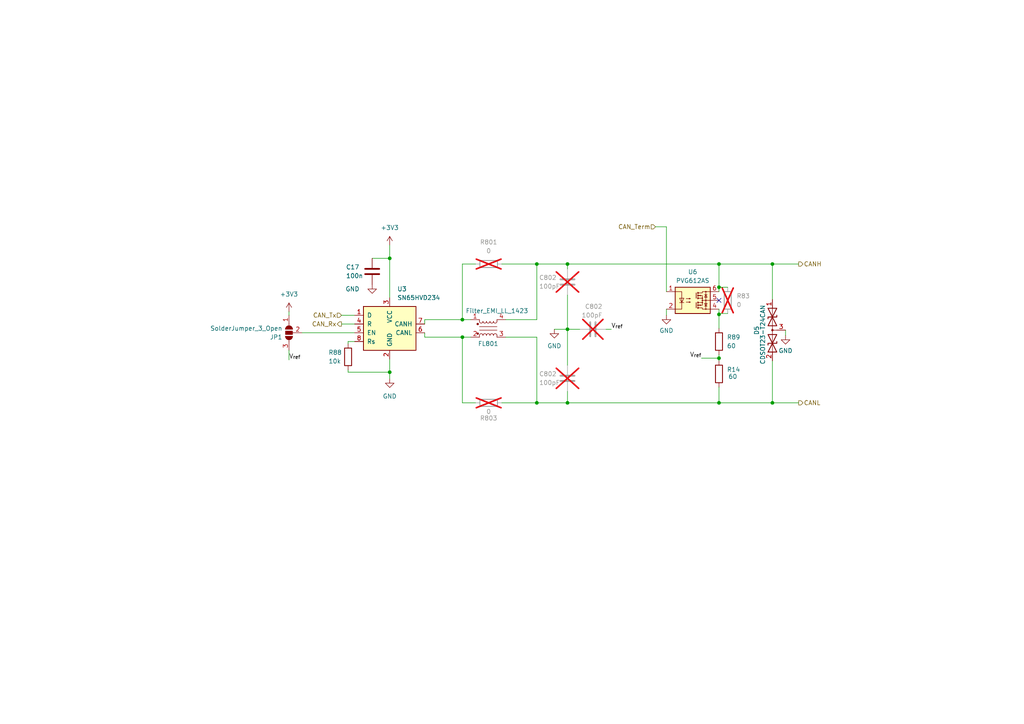
<source format=kicad_sch>
(kicad_sch (version 20230121) (generator eeschema)
  (paper "A4")
  (lib_symbols
    (symbol "Device:C" (pin_numbers hide) (pin_names (offset 0.254))
      (property "Reference" "C" (at 0.635 2.54 0))
      (property "Value" "C" (at 0.635 -2.54 0))
      (symbol "C_0_1"
        (polyline (pts (xy -2.032 -0.762) (xy 2.032 -0.762)) (stroke (width 0.508)))
        (polyline (pts (xy -2.032 0.762) (xy 2.032 0.762)) (stroke (width 0.508)))
      )
      (symbol "C_1_1"
        (pin passive line (at 0 3.81 270) (length 2.794) (name "~") (number "1"))
        (pin passive line (at 0 -3.81 90) (length 2.794) (name "~") (number "2"))
      )
    )
    (symbol "Device:D_TVS_Dual_AAC" (pin_names (offset 1.016) hide)
      (property "Reference" "D" (at 0 4.445 0))
      (property "Value" "D_TVS_Dual_AAC" (at 0 2.54 0))
      (symbol "D_TVS_Dual_AAC_0_0"
        (polyline (pts (xy 0 -1.27) (xy 0 0)))
      )
      (symbol "D_TVS_Dual_AAC_0_1"
        (polyline (pts (xy -6.35 0) (xy 6.35 0)))
        (polyline (pts (xy -3.302 1.27) (xy -3.81 1.27) (xy -3.81 -1.27) (xy -4.318 -1.27)) (stroke (width 0.254)))
        (polyline (pts (xy 4.318 1.27) (xy 3.81 1.27) (xy 3.81 -1.27) (xy 3.302 -1.27)) (stroke (width 0.254)))
        (polyline (pts (xy -6.35 1.27) (xy -1.27 -1.27) (xy -1.27 1.27) (xy -6.35 -1.27) (xy -6.35 1.27)) (stroke (width 0.254)))
        (polyline (pts (xy 6.35 1.27) (xy 1.27 -1.27) (xy 1.27 1.27) (xy 6.35 -1.27) (xy 6.35 1.27)) (stroke (width 0.254)))
        (circle (center 0 0) (radius 0.254) (fill (type outline)))
      )
      (symbol "D_TVS_Dual_AAC_1_1"
        (pin passive line (at -8.89 0 0) (length 2.54) (name "A1") (number "1"))
        (pin passive line (at 8.89 0 180) (length 2.54) (name "A2") (number "2"))
        (pin input line (at 0 -3.81 90) (length 2.54) (name "common") (number "3"))
      )
    )
    (symbol "Device:Filter_EMI_LL_1423" (pin_names hide)
      (property "Reference" "FL" (at 0 4.445 0))
      (property "Value" "Filter_EMI_LL_1423" (at 0 -4.445 0))
      (symbol "Filter_EMI_LL_1423_0_1"
        (circle (center -3.048 -1.27) (radius 0.254) (fill (type outline)))
        (circle (center -3.048 1.524) (radius 0.254) (fill (type outline)))
        (arc (start -2.54 2.032) (mid -2.032 1.5262) (end -1.524 2.032))
        (arc (start -1.524 -2.032) (mid -2.032 -1.5262) (end -2.54 -2.032))
        (arc (start -1.524 2.032) (mid -1.016 1.5262) (end -0.508 2.032))
        (arc (start -0.508 -2.032) (mid -1.016 -1.5262) (end -1.524 -2.032))
        (arc (start -0.508 2.032) (mid 0 1.5262) (end 0.508 2.032))
        (polyline (pts (xy -2.54 -2.032) (xy -2.54 -2.54)))
        (polyline (pts (xy -2.54 0.508) (xy 2.54 0.508)))
        (polyline (pts (xy -2.54 2.032) (xy -2.54 2.54)))
        (polyline (pts (xy 2.54 -2.032) (xy 2.54 -2.54)))
        (polyline (pts (xy 2.54 -0.508) (xy -2.54 -0.508)))
        (polyline (pts (xy 2.54 2.54) (xy 2.54 2.032)))
        (arc (start 0.508 -2.032) (mid 0 -1.5262) (end -0.508 -2.032))
        (arc (start 0.508 2.032) (mid 1.016 1.5262) (end 1.524 2.032))
        (arc (start 1.524 -2.032) (mid 1.016 -1.5262) (end 0.508 -2.032))
        (arc (start 1.524 2.032) (mid 2.032 1.5262) (end 2.54 2.032))
        (arc (start 2.54 -2.032) (mid 2.032 -1.5262) (end 1.524 -2.032))
      )
      (symbol "Filter_EMI_LL_1423_1_1"
        (pin passive line (at -5.08 -2.54 0) (length 2.54) (name "1") (number "1"))
        (pin passive line (at -5.08 2.54 0) (length 2.54) (name "2") (number "2"))
        (pin passive line (at 5.08 2.54 180) (length 2.54) (name "3") (number "3"))
        (pin passive line (at 5.08 -2.54 180) (length 2.54) (name "4") (number "4"))
      )
    )
    (symbol "Device:R" (pin_numbers hide) (pin_names (offset 0))
      (property "Reference" "R" (at 2.032 0 90))
      (property "Value" "R" (at 0 0 90))
      (symbol "R_0_1"
        (rectangle (start -1.016 -2.54) (end 1.016 2.54) (stroke (width 0.254)))
      )
      (symbol "R_1_1"
        (pin passive line (at 0 3.81 270) (length 1.27) (name "~") (number "1"))
        (pin passive line (at 0 -3.81 90) (length 1.27) (name "~") (number "2"))
      )
    )
    (symbol "FaSTTUBe_Power-Switches:PVG612AS"
      (property "Reference" "U" (at -3.81 5.08 0))
      (property "Value" "PVG612AS" (at 0 -5.08 0))
      (symbol "PVG612AS_0_1"
        (rectangle (start -5.08 3.81) (end 5.08 -3.81) (stroke (width 0.254)) (fill (type background)))
        (polyline (pts (xy -3.81 -0.635) (xy -2.54 -0.635)))
        (polyline (pts (xy 1.016 -0.635) (xy 1.016 -2.159)) (stroke (width 0.2032)))
        (polyline (pts (xy 1.016 2.159) (xy 1.016 0.635)) (stroke (width 0.2032)))
        (polyline (pts (xy 1.524 -0.508) (xy 1.524 -0.762)) (stroke (width 0.3556)))
        (polyline (pts (xy 2.794 0) (xy 5.08 0)))
        (polyline (pts (xy 3.429 -1.651) (xy 4.191 -1.651)))
        (polyline (pts (xy 3.429 1.651) (xy 4.191 1.651)))
        (polyline (pts (xy 3.81 -2.54) (xy 3.81 2.54)))
        (polyline (pts (xy 1.524 -2.032) (xy 1.524 -2.286) (xy 1.524 -2.286)) (stroke (width 0.3556)))
        (polyline (pts (xy 1.524 -1.27) (xy 1.524 -1.524) (xy 1.524 -1.524)) (stroke (width 0.3556)))
        (polyline (pts (xy 1.524 0.762) (xy 1.524 0.508) (xy 1.524 0.508)) (stroke (width 0.3556)))
        (polyline (pts (xy 1.524 1.524) (xy 1.524 1.27) (xy 1.524 1.27)) (stroke (width 0.3556)))
        (polyline (pts (xy 1.524 2.286) (xy 1.524 2.032) (xy 1.524 2.032)) (stroke (width 0.3556)))
        (polyline (pts (xy 1.651 -1.397) (xy 2.794 -1.397) (xy 2.794 -0.635)))
        (polyline (pts (xy 1.651 1.397) (xy 2.794 1.397) (xy 2.794 0.635)))
        (polyline (pts (xy -5.08 2.54) (xy -3.175 2.54) (xy -3.175 -2.54) (xy -5.08 -2.54)))
        (polyline (pts (xy -3.175 -0.635) (xy -3.81 0.635) (xy -2.54 0.635) (xy -3.175 -0.635)))
        (polyline (pts (xy 1.651 -2.159) (xy 2.794 -2.159) (xy 2.794 -2.54) (xy 5.08 -2.54)))
        (polyline (pts (xy 1.651 -0.635) (xy 2.794 -0.635) (xy 2.794 0.635) (xy 1.651 0.635)))
        (polyline (pts (xy 1.651 2.159) (xy 2.794 2.159) (xy 2.794 2.54) (xy 5.08 2.54)))
        (polyline (pts (xy 1.778 -1.397) (xy 2.286 -1.27) (xy 2.286 -1.524) (xy 1.778 -1.397)))
        (polyline (pts (xy 1.778 1.397) (xy 2.286 1.524) (xy 2.286 1.27) (xy 1.778 1.397)))
        (polyline (pts (xy 3.81 -1.651) (xy 3.429 -0.889) (xy 4.191 -0.889) (xy 3.81 -1.651)))
        (polyline (pts (xy 3.81 1.651) (xy 3.429 0.889) (xy 4.191 0.889) (xy 3.81 1.651)))
        (polyline (pts (xy -1.905 -0.508) (xy -0.635 -0.508) (xy -1.016 -0.635) (xy -1.016 -0.381) (xy -0.635 -0.508)))
        (polyline (pts (xy -1.905 0.508) (xy -0.635 0.508) (xy -1.016 0.381) (xy -1.016 0.635) (xy -0.635 0.508)))
        (circle (center 2.794 -0.635) (radius 0.127))
        (circle (center 2.794 0) (radius 0.127))
        (circle (center 2.794 0.635) (radius 0.127))
        (circle (center 3.81 -2.54) (radius 0.127))
        (circle (center 3.81 0) (radius 0.127))
        (circle (center 3.81 2.54) (radius 0.127))
      )
      (symbol "PVG612AS_1_1"
        (pin passive line (at -7.62 2.54 0) (length 2.54) (name "~") (number "1"))
        (pin passive line (at -7.62 -2.54 0) (length 2.54) (name "~") (number "2"))
        (pin no_connect line (at -5.08 0 0) (length 2.54) hide (name "~") (number "3"))
        (pin passive line (at 7.62 -2.54 180) (length 2.54) (name "~") (number "4"))
        (pin passive line (at 7.62 0 180) (length 2.54) (name "~") (number "5"))
        (pin passive line (at 7.62 2.54 180) (length 2.54) (name "~") (number "6"))
      )
    )
    (symbol "Interface_CAN_LIN:SN65HVD234" (pin_names (offset 1.016))
      (property "Reference" "U" (at -2.54 10.16 0))
      (property "Value" "SN65HVD234" (at -2.54 7.62 0))
      (symbol "SN65HVD234_0_1"
        (rectangle (start -7.62 5.08) (end 7.62 -7.62) (stroke (width 0.254)) (fill (type background)))
      )
      (symbol "SN65HVD234_1_1"
        (pin input line (at -10.16 2.54 0) (length 2.54) (name "D") (number "1"))
        (pin power_in line (at 0 -10.16 90) (length 2.54) (name "GND") (number "2"))
        (pin power_in line (at 0 7.62 270) (length 2.54) (name "VCC") (number "3"))
        (pin output line (at -10.16 0 0) (length 2.54) (name "R") (number "4"))
        (pin input line (at -10.16 -2.54 0) (length 2.54) (name "EN") (number "5"))
        (pin bidirectional line (at 10.16 -2.54 180) (length 2.54) (name "CANL") (number "6"))
        (pin bidirectional line (at 10.16 0 180) (length 2.54) (name "CANH") (number "7"))
        (pin input line (at -10.16 -5.08 0) (length 2.54) (name "Rs") (number "8"))
      )
    )
    (symbol "Jumper:SolderJumper_3_Open" (pin_names (offset 0) hide)
      (property "Reference" "JP" (at -2.54 -2.54 0))
      (property "Value" "SolderJumper_3_Open" (at 0 2.794 0))
      (symbol "SolderJumper_3_Open_0_1"
        (arc (start -1.016 1.016) (mid -2.0276 0) (end -1.016 -1.016))
        (arc (start -1.016 1.016) (mid -2.0276 0) (end -1.016 -1.016) (fill (type outline)))
        (rectangle (start -0.508 1.016) (end 0.508 -1.016) (fill (type outline)))
        (polyline (pts (xy -2.54 0) (xy -2.032 0)))
        (polyline (pts (xy -1.016 1.016) (xy -1.016 -1.016)))
        (polyline (pts (xy 0 -1.27) (xy 0 -1.016)))
        (polyline (pts (xy 1.016 1.016) (xy 1.016 -1.016)))
        (polyline (pts (xy 2.54 0) (xy 2.032 0)))
        (arc (start 1.016 -1.016) (mid 2.0276 0) (end 1.016 1.016))
        (arc (start 1.016 -1.016) (mid 2.0276 0) (end 1.016 1.016) (fill (type outline)))
      )
      (symbol "SolderJumper_3_Open_1_1"
        (pin passive line (at -5.08 0 0) (length 2.54) (name "A") (number "1"))
        (pin passive line (at 0 -3.81 90) (length 2.54) (name "C") (number "2"))
        (pin passive line (at 5.08 0 180) (length 2.54) (name "B") (number "3"))
      )
    )
    (symbol "power:+3V3" (power) (pin_names (offset 0))
      (property "Value" "+3V3" (at 0 3.556 0))
      (symbol "+3V3_0_1"
        (polyline (pts (xy -0.762 1.27) (xy 0 2.54)))
        (polyline (pts (xy 0 0) (xy 0 2.54)))
        (polyline (pts (xy 0 2.54) (xy 0.762 1.27)))
      )
      (symbol "+3V3_1_1"
        (pin power_in line (at 0 0 90) (length 0) hide (name "+3V3") (number "1"))
      )
    )
    (symbol "power:GND" (power) (pin_names (offset 0))
      (property "Value" "GND" (at 0 -3.81 0))
      (symbol "GND_0_1"
        (polyline (pts (xy 0 0) (xy 0 -1.27) (xy 1.27 -1.27) (xy 0 -2.54) (xy -1.27 -1.27) (xy 0 -1.27)))
      )
      (symbol "GND_1_1"
        (pin power_in line (at 0 0 270) (length 0) hide (name "GND") (number "1"))
      )
    )
  )
  (junction (at 113.03 107.95))
  (junction (at 134.112 97.79))
  (junction (at 134.112 92.71))
  (junction (at 155.702 116.84))
  (junction (at 164.592 76.581))
  (junction (at 164.592 95.504))
  (junction (at 208.534 76.581))
  (junction (at 208.534 91.186))
  (junction (at 155.702 76.581))
  (junction (at 208.534 103.886))
  (junction (at 224.028 76.581))
  (junction (at 224.028 116.84))
  (junction (at 113.03 74.93))
  (junction (at 208.534 116.84))
  (junction (at 208.534 83.312))
  (junction (at 164.592 116.84))
  (no_connect (at 208.534 87.122))
  (wire (pts (xy 155.702 116.84) (xy 164.592 116.84)))
  (wire (pts (xy 208.534 76.581) (xy 224.028 76.581)))
  (wire (pts (xy 155.702 76.581) (xy 155.702 92.71)))
  (wire (pts (xy 107.95 74.93) (xy 113.03 74.93)))
  (wire (pts (xy 145.542 76.581) (xy 155.702 76.581)))
  (wire (pts (xy 100.965 107.95) (xy 113.03 107.95)))
  (wire (pts (xy 123.19 97.79) (xy 134.112 97.79)))
  (wire (pts (xy 113.03 107.95) (xy 113.03 109.855)))
  (wire (pts (xy 134.112 97.79) (xy 134.112 116.84)))
  (wire (pts (xy 208.407 90.932) (xy 211.074 90.932)))
  (wire (pts (xy 208.534 89.662) (xy 208.534 91.186)))
  (wire (pts (xy 87.63 96.52) (xy 102.87 96.52)))
  (wire (pts (xy 208.534 112.268) (xy 208.534 116.84)))
  (wire (pts (xy 224.028 76.581) (xy 224.028 86.868)))
  (wire (pts (xy 123.19 92.71) (xy 123.19 93.98)))
  (wire (pts (xy 137.922 76.581) (xy 134.112 76.581)))
  (wire (pts (xy 190.119 65.786) (xy 193.294 65.786)))
  (wire (pts (xy 145.542 116.84) (xy 155.702 116.84)))
  (wire (pts (xy 164.592 95.504) (xy 164.592 105.918)))
  (wire (pts (xy 146.685 92.71) (xy 155.702 92.71)))
  (wire (pts (xy 164.592 76.581) (xy 164.592 77.978)))
  (wire (pts (xy 224.028 76.581) (xy 231.648 76.581)))
  (wire (pts (xy 208.534 91.186) (xy 208.534 95.25)))
  (wire (pts (xy 136.525 97.79) (xy 134.112 97.79)))
  (wire (pts (xy 208.534 76.581) (xy 208.534 83.312)))
  (wire (pts (xy 224.028 116.84) (xy 231.648 116.84)))
  (wire (pts (xy 100.965 99.06) (xy 100.965 99.695)))
  (wire (pts (xy 208.407 90.932) (xy 208.407 91.186)))
  (wire (pts (xy 164.592 116.84) (xy 208.534 116.84)))
  (wire (pts (xy 102.87 99.06) (xy 100.965 99.06)))
  (wire (pts (xy 164.592 113.538) (xy 164.592 116.84)))
  (wire (pts (xy 208.534 116.84) (xy 224.028 116.84)))
  (wire (pts (xy 175.768 95.504) (xy 177.292 95.504)))
  (wire (pts (xy 208.534 103.886) (xy 208.534 104.648)))
  (wire (pts (xy 164.592 95.504) (xy 164.592 85.598)))
  (wire (pts (xy 134.112 116.84) (xy 137.922 116.84)))
  (wire (pts (xy 123.19 92.71) (xy 134.112 92.71)))
  (wire (pts (xy 134.112 92.71) (xy 136.525 92.71)))
  (wire (pts (xy 99.06 91.44) (xy 102.87 91.44)))
  (wire (pts (xy 113.03 104.14) (xy 113.03 107.95)))
  (wire (pts (xy 164.592 95.504) (xy 168.148 95.504)))
  (wire (pts (xy 193.294 65.786) (xy 193.294 84.582)))
  (wire (pts (xy 155.702 97.79) (xy 155.702 116.84)))
  (wire (pts (xy 203.454 103.886) (xy 208.534 103.886)))
  (wire (pts (xy 227.838 95.758) (xy 227.838 97.282)))
  (wire (pts (xy 208.534 91.186) (xy 208.407 91.186)))
  (wire (pts (xy 193.294 89.662) (xy 193.294 91.44)))
  (wire (pts (xy 123.19 97.79) (xy 123.19 96.52)))
  (wire (pts (xy 160.782 95.504) (xy 164.592 95.504)))
  (wire (pts (xy 83.82 101.6) (xy 83.82 104.394)))
  (wire (pts (xy 99.06 93.98) (xy 102.87 93.98)))
  (wire (pts (xy 146.685 97.79) (xy 155.702 97.79)))
  (wire (pts (xy 164.592 76.581) (xy 208.534 76.581)))
  (wire (pts (xy 155.702 76.581) (xy 164.592 76.581)))
  (wire (pts (xy 208.534 102.87) (xy 208.534 103.886)))
  (wire (pts (xy 224.028 104.648) (xy 224.028 116.84)))
  (wire (pts (xy 113.03 86.36) (xy 113.03 74.93)))
  (wire (pts (xy 100.965 107.95) (xy 100.965 107.315)))
  (wire (pts (xy 83.82 90.424) (xy 83.82 91.44)))
  (wire (pts (xy 134.112 76.581) (xy 134.112 92.71)))
  (wire (pts (xy 208.534 83.312) (xy 208.534 84.582)))
  (wire (pts (xy 113.03 71.12) (xy 113.03 74.93)))
  (wire (pts (xy 208.534 83.312) (xy 211.074 83.312)))
  (label "V_{ref}" (at 203.454 103.886 180))
  (label "V_{ref}" (at 83.82 104.394 0))
  (label "V_{ref}" (at 177.292 95.504 0))
  (hierarchical_label "CAN_Tx" (shape input) (at 99.06 91.44 180))
  (hierarchical_label "CAN_Rx" (shape output) (at 99.06 93.98 180))
  (hierarchical_label "CAN_Term" (shape input) (at 190.119 65.786 180))
  (hierarchical_label "CANL" (shape output) (at 231.648 116.84 0))
  (hierarchical_label "CANH" (shape output) (at 231.648 76.581 0))
  (symbol (lib_id "power:GND") (at 160.782 95.504 0) (unit 1)
    (property "Reference" "#PWR071" (effects hide))
    (property "Value" "GND" (at 160.782 100.33 0))
  )
  (symbol (lib_id "Device:R") (at 141.732 116.84 270) (unit 1) (dnp yes)
    (property "Reference" "R803" (at 141.732 121.285 90))
    (property "Value" "0" (at 141.732 119.38 90))
    (property "Footprint" "Resistor_SMD:R_0603_1608Metric" (effects hide))
    (instances (project "Master_FT22" (path "" (reference "R803") (unit 1))) (project "FT24-AMS_Slave-v5" (path "" (reference "R13") (unit 1))))
  )
  (symbol (lib_id "FaSTTUBe_Power-Switches:PVG612AS") (at 200.914 87.122 0) (unit 1)
    (property "Reference" "U6" (at 200.914 78.867 0))
    (property "Value" "PVG612AS" (at 200.914 81.407 0))
    (property "Footprint" "Package_DIP:SMDIP-6_W9.53mm" (effects hide))
    (property "Datasheet" "https://www.infineon.com/dgdl/Infineon-PVG612A-DataSheet-v01_00-EN.pdf?fileId=5546d462533600a401535683ca14293a" (effects hide))
  )
  (symbol (lib_id "Device:Filter_EMI_LL_1423") (at 141.605 95.25 0) (mirror x) (unit 1)
    (property "Reference" "FL801" (at 141.605 99.695 0))
    (property "Value" "Filter_EMI_LL_1423" (at 144.145 90.17 0))
    (property "Footprint" "Slave:L_CommonMode_Wuerth_WE-SL2" (effects hide))
    (property "Datasheet" "https://www.we-online.com/components/products/datasheet/744227.pdf" (effects hide))
    (instances (project "Master_FT22" (path "" (reference "FL801") (unit 1))) (project "FT24-AMS_Slave-v5" (path "" (reference "FL1") (unit 1))))
  )
  (symbol (lib_id "Device:R") (at 141.732 76.581 270) (unit 1) (dnp yes)
    (property "Reference" "R801" (at 141.732 70.231 90))
    (property "Value" "0" (at 141.732 72.771 90))
    (property "Footprint" "Resistor_SMD:R_0603_1608Metric" (effects hide))
    (instances (project "Master_FT22" (path "" (reference "R801") (unit 1))) (project "FT24-AMS_Slave-v5" (path "" (reference "R12") (unit 1))))
  )
  (symbol (lib_id "Device:R") (at 211.074 87.122 0) (unit 1) (dnp yes)
    (property "Reference" "R83" (at 213.614 85.852 0) (effects (justify left)))
    (property "Value" "0" (at 213.614 88.392 0) (effects (justify left)))
    (property "Footprint" "Resistor_SMD:R_0603_1608Metric" (effects hide))
  )
  (symbol (lib_id "Jumper:SolderJumper_3_Open") (at 83.82 96.52 90) (mirror x) (unit 1)
    (property "Reference" "JP1" (at 81.915 97.79 90) (effects (justify left)))
    (property "Value" "SolderJumper_3_Open" (at 81.915 95.25 90) (effects (justify left)))
    (property "Footprint" "Jumper:SolderJumper-3_P1.3mm_Bridged12_RoundedPad1.0x1.5mm_NumberLabels" (effects hide))
  )
  (symbol (lib_id "Device:C") (at 164.592 109.728 0) (unit 1) (dnp yes)
    (property "Reference" "C802" (at 156.337 108.458 0) (effects (justify left)))
    (property "Value" "100pF" (at 156.337 110.998 0) (effects (justify left)))
    (property "Footprint" "Capacitor_SMD:C_0603_1608Metric" (effects hide))
    (instances (project "Master_FT22" (path "" (reference "C802") (unit 1))) (project "FT24-AMS_Slave-v5" (path "" (reference "C54") (unit 1))))
  )
  (symbol (lib_id "power:GND") (at 113.03 109.855 0) (unit 1)
    (property "Reference" "#PWR053" (effects hide))
    (property "Value" "GND" (at 113.03 114.935 0))
  )
  (symbol (lib_id "Device:R") (at 100.965 103.505 0) (unit 1)
    (property "Reference" "R88" (at 95.25 102.235 0) (effects (justify left)))
    (property "Value" "10k" (at 95.25 104.775 0) (effects (justify left)))
    (property "Footprint" "Resistor_SMD:R_0603_1608Metric" (effects hide))
  )
  (symbol (lib_id "power:+3V3") (at 83.82 90.424 0) (unit 1)
    (property "Reference" "#PWR070" (effects hide))
    (property "Value" "+3V3" (at 83.82 85.344 0))
  )
  (symbol (lib_id "power:+3V3") (at 113.03 71.12 0) (unit 1)
    (property "Reference" "#PWR052" (effects hide))
    (property "Value" "+3V3" (at 113.03 66.04 0))
  )
  (symbol (lib_id "power:GND") (at 193.294 91.44 0) (unit 1)
    (property "Reference" "#PWR062" (effects hide))
    (property "Value" "GND" (at 193.294 95.885 0))
  )
  (symbol (lib_id "power:GND") (at 227.838 97.282 0) (unit 1)
    (property "Reference" "#PWR054" (effects hide))
    (property "Value" "GND" (at 227.838 101.727 0))
  )
  (symbol (lib_id "Device:C") (at 171.958 95.504 90) (unit 1) (dnp yes)
    (property "Reference" "C802" (at 174.752 88.9 90) (effects (justify left)))
    (property "Value" "100pF" (at 174.752 91.44 90) (effects (justify left)))
    (property "Footprint" "Capacitor_SMD:C_0603_1608Metric" (effects hide))
    (instances (project "Master_FT22" (path "" (reference "C802") (unit 1))) (project "FT24-AMS_Slave-v5" (path "" (reference "C55") (unit 1))))
  )
  (symbol (lib_id "Interface_CAN_LIN:SN65HVD234") (at 113.03 93.98 0) (unit 1)
    (property "Reference" "U3" (at 115.2241 83.82 0) (effects (justify left)))
    (property "Value" "SN65HVD234" (at 115.2241 86.36 0) (effects (justify left)))
    (property "Footprint" "Package_SO:SOIC-8_3.9x4.9mm_P1.27mm" (effects hide))
    (property "Datasheet" "http://www.ti.com/lit/ds/symlink/sn65hvd234.pdf" (effects hide))
  )
  (symbol (lib_id "Device:C") (at 107.95 78.74 0) (unit 1)
    (property "Reference" "C17" (at 100.33 77.47 0) (effects (justify left)))
    (property "Value" "100n" (at 100.33 80.01 0) (effects (justify left)))
    (property "Footprint" "Capacitor_SMD:C_0603_1608Metric" (effects hide))
  )
  (symbol (lib_id "Device:C") (at 164.592 81.788 0) (unit 1) (dnp yes)
    (property "Reference" "C802" (at 156.337 80.518 0) (effects (justify left)))
    (property "Value" "100pF" (at 156.337 83.058 0) (effects (justify left)))
    (property "Footprint" "Capacitor_SMD:C_0603_1608Metric" (effects hide))
    (instances (project "Master_FT22" (path "" (reference "C802") (unit 1))) (project "FT24-AMS_Slave-v5" (path "" (reference "C18") (unit 1))))
  )
  (symbol (lib_id "Device:R") (at 208.534 108.458 0) (unit 1)
    (property "Reference" "R14" (at 210.82 107.188 0) (effects (justify left)))
    (property "Value" "60" (at 213.868 109.22 0) (effects (justify right)))
    (property "Footprint" "Resistor_SMD:R_0603_1608Metric" (effects hide))
  )
  (symbol (lib_id "Device:D_TVS_Dual_AAC") (at 224.028 95.758 90) (mirror x) (unit 1)
    (property "Reference" "D5" (at 219.456 94.488 0) (effects (justify left)))
    (property "Value" "CDSOT23-T24CAN" (at 221.234 88.392 0) (effects (justify left)))
    (property "Footprint" "Slave:SOT95P230X117-3N" (effects hide))
    (property "Datasheet" "https://www.bourns.com/docs/Product-Datasheets/CDSOT23-T24CAN.pdf" (effects hide))
  )
  (symbol (lib_id "power:GND") (at 107.95 82.55 0) (unit 1)
    (property "Reference" "#PWR051" (effects hide))
    (property "Value" "GND" (at 102.235 83.82 0))
  )
  (symbol (lib_id "Device:R") (at 208.534 99.06 0) (unit 1)
    (property "Reference" "R89" (at 210.82 97.79 0) (effects (justify left)))
    (property "Value" "60" (at 210.82 100.33 0) (effects (justify left)))
    (property "Footprint" "Resistor_SMD:R_0603_1608Metric" (effects hide))
  )
)
</source>
